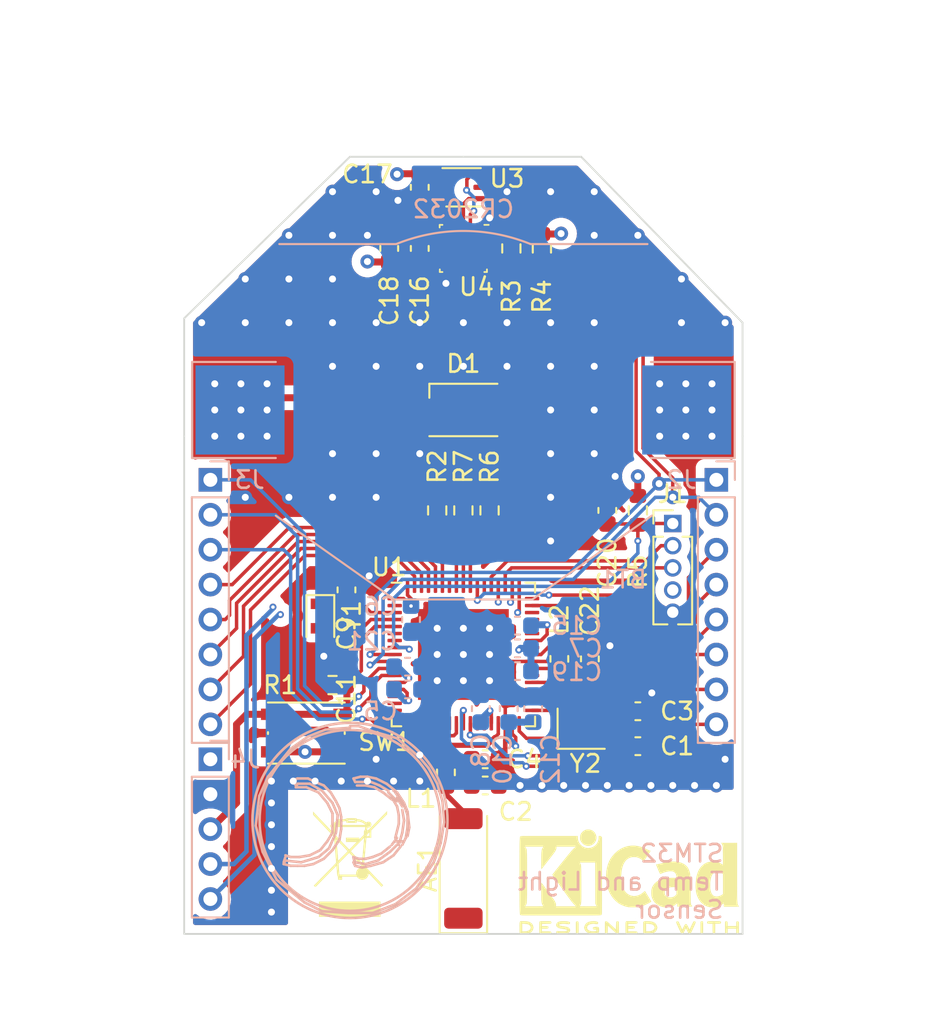
<source format=kicad_pcb>
(kicad_pcb (version 20211014) (generator pcbnew)
  (layers (0 "F.Cu" signal) (1 "In1.Cu" signal) (2 "In2.Cu" signal) (31 "B.Cu" signal) (34 "B.Paste" user) (35 "F.Paste" user) (36 "B.SilkS" user "B.Silkscreen") (37 "F.SilkS" user "F.Silkscreen") (38 "B.Mask" user) (39 "F.Mask" user) (44 "Edge.Cuts" user))
  (net 0 "")
  (net 1 "GND")
  (net 2 "Net-(AE1-Pad2)")
  (net 3 "Net-(C1-Pad1)")
  (net 4 "Net-(C3-Pad1)")
  (net 5 "Net-(C4-Pad1)")
  (net 6 "/nRST")
  (net 7 "Net-(C21-Pad2)")
  (net 8 "Net-(C22-Pad1)")
  (net 9 "Net-(C9-Pad1)")
  (net 10 "VDD")
  (net 11 "Net-(C11-Pad1)")
  (net 12 "/SWDIO")
  (net 13 "/SWCLK")
  (net 14 "Net-(L2-Pad1)")
  (net 16 "/SCL")
  (net 17 "/SDA")
  (net 40 "/BOOT0")
  (net 47 "/USBN")
  (net 48 "/USBP")
  (net 49 "Net-(D1-Pad2)")
  (net 50 "Net-(D1-Pad3)")
  (net 51 "Net-(D1-Pad4)")
  (net 52 "/PC2")
  (net 53 "/PC3")
  (net 54 "/PC4")
  (net 55 "/PC5")
  (net 56 "/PC6")
  (net 57 "/PC10")
  (net 58 "/PB0")
  (net 59 "/PB1")
  (net 60 "/PB2")
  (net 61 "/PB3")
  (net 62 "/PB4")
  (net 63 "/PB5")
  (net 64 "/PB6")
  (net 65 "/PB7")
  (net 66 "Net-(R6-Pad2)")
  (net 67 "Net-(R2-Pad2)")
  (net 68 "Net-(R7-Pad2)")
  (footprint "Crystal:Crystal_SMD_2016-4Pin_2.0x1.6mm" (layer "F.Cu") (at 106.75 58.25)
    (fp_text reference "Y2")
    (fp_text value "32MHz")
  )
  (footprint "Capacitor_SMD:C_0603_1608Metric" (layer "F.Cu") (at 101.25 60)
    (fp_text reference "C4")
    (fp_text value "0p8")
  )
  (footprint "Crystal:Crystal_SMD_2012-2Pin_2.0x1.2mm" (layer "F.Cu") (at 91.8 51.8 -90)
    (fp_text reference "Y1")
    (fp_text value "32.768")
  )
  (footprint "Resistor_SMD:R_0603_1608Metric" (layer "F.Cu") (at 92.5 55.75)
    (fp_text reference "R1")
    (fp_text value "22k")
  )
  (footprint "Capacitor_SMD:C_0603_1608Metric" (layer "F.Cu") (at 93.3 50.3 90)
    (fp_text reference "C9")
    (fp_text value "12p")
  )
  (footprint "RF_Antenna:Johanson_2450AT43F0100" (layer "F.Cu") (at 100 66.25 90)
    (fp_text reference "AE1")
    (fp_text value "2450AT43F0100")
  )
  (footprint "Capacitor_SMD:C_0603_1608Metric" (layer "F.Cu") (at 110 57.25)
    (fp_text reference "C3")
    (fp_text value "12p")
  )
  (footprint "Resistor_SMD:R_0603_1608Metric" (layer "F.Cu") (at 98.5 45.75 -90)
    (fp_text reference "R2")
    (fp_text value "220R")
  )
  (footprint "Resistor_SMD:R_0603_1608Metric" (layer "F.Cu") (at 100 45.75 -90)
    (fp_text reference "R7")
    (fp_text value "50R")
  )
  (footprint "Capacitor_SMD:C_0603_1608Metric" (layer "F.Cu") (at 108.25 45.75 90)
    (fp_text reference "C20")
    (fp_text value "100NF")
  )
  (footprint "Capacitor_SMD:C_0603_1608Metric" (layer "F.Cu") (at 93.3 53.3 -90)
    (fp_text reference "C11")
    (fp_text value "12p")
  )
  (footprint "Ale:LED_Cree-PLCC4_3.2x2.8mm_ale" (layer "F.Cu") (at 100 40)
    (fp_text reference "D1")
    (fp_text value "CLV1H-FKB")
  )
  (footprint "Resistor_SMD:R_0603_1608Metric" (layer "F.Cu") (at 104.5 30.75 -90)
    (fp_text reference "R4")
    (fp_text value "1K2")
  )
  (footprint "Capacitor_SMD:C_0603_1608Metric" (layer "F.Cu") (at 97.5 27.25 -90)
    (fp_text reference "C17")
    (fp_text value "100nF")
  )
  (footprint "Inductor_SMD:L_0603_1608Metric" (layer "F.Cu") (at 105.5 54.25 -90)
    (fp_text reference "L2")
    (fp_text value "10u")
  )
  (footprint "OptoDevice:Lite-On_LTR-303ALS-01" (layer "F.Cu") (at 100 27.25)
    (fp_text reference "U3")
    (fp_text value "LTR-303ALS-01")
  )
  (footprint "Capacitor_SMD:C_0603_1608Metric" (layer "F.Cu") (at 101.25 61.5)
    (fp_text reference "C2")
    (fp_text value "0p5")
  )
  (footprint "Resistor_SMD:R_0603_1608Metric" (layer "F.Cu") (at 110 45.75 90)
    (fp_text reference "R5")
    (fp_text value "10K")
  )
  (footprint "Capacitor_SMD:C_0603_1608Metric" (layer "F.Cu") (at 97.5 30.75 90)
    (fp_text reference "C16")
    (fp_text value "100nF")
  )
  (footprint "Resistor_SMD:R_0603_1608Metric" (layer "F.Cu") (at 101.5 45.75 -90)
    (fp_text reference "R6")
    (fp_text value "50R")
  )
  (footprint "Package_DFN_QFN:QFN-68-1EP_8x8mm_P0.4mm_EP5.2x5.2mm" (layer "F.Cu") (at 100 54)
    (fp_text reference "U1")
    (fp_text value "STM32WB55RGVx")
  )
  (footprint "Inductor_SMD:L_0603_1608Metric" (layer "F.Cu") (at 99 60.75 90)
    (fp_text reference "L1")
    (fp_text value "4n7")
  )
  (footprint "Capacitor_SMD:C_0603_1608Metric" (layer "F.Cu") (at 107.25 54.25 90)
    (fp_text reference "C22")
    (fp_text value "4u7")
  )
  (footprint "Symbol:WEEE-Logo_4.2x6mm_SilkScreen" (layer "F.Cu") (at 93.5 66)
    (fp_text reference "REF**" hide)
    (fp_text value "WEEE-Logo_4.2x6mm_SilkScreen" hide)
  )
  (footprint "Capacitor_SMD:C_0603_1608Metric" (layer "F.Cu") (at 110 59.25)
    (fp_text reference "C1")
    (fp_text value "12p")
  )
  (footprint "Package_LGA:Bosch_LGA-8_2.5x2.5mm_P0.65mm_ClockwisePinNumbering" (layer "F.Cu") (at 100 30.75 -90)
    (fp_text reference "U4")
    (fp_text value "BME280")
  )
  (footprint "Resistor_SMD:R_0603_1608Metric" (layer "F.Cu") (at 102.75 30.75 -90)
    (fp_text reference "R3")
    (fp_text value "1K2")
  )
  (footprint "Connector_PinHeader_1.27mm:PinHeader_1x05_P1.27mm_Vertical" (layer "F.Cu") (at 112 46.5)
    (fp_text reference "J1")
    (fp_text value "DNP")
  )
  (footprint "Capacitor_SMD:C_0603_1608Metric" (layer "F.Cu") (at 95.75 30.75 90)
    (fp_text reference "C18")
    (fp_text value "100nF")
  )
  (footprint "Symbol:KiCad-Logo2_5mm_SilkScreen" (layer "F.Cu") (at 109.5 67)
    (fp_text reference "REF**" hide)
    (fp_text value "KiCad-Logo2_5mm_SilkScreen" hide)
  )
  (footprint "Button_Switch_SMD:SW_Push_1P1T_NO_Vertical_Wuerth_434133025816" (layer "F.Cu") (at 91 58.5)
    (fp_text reference "SW1")
    (fp_text value "SW_Push")
  )
  (footprint "Capacitor_SMD:C_0603_1608Metric" (layer "B.Cu") (at 104 57.1 90)
    (fp_text reference "C12")
    (fp_text value "100p")
  )
  (footprint "Capacitor_SMD:C_0603_1608Metric" (layer "B.Cu") (at 96.8 56)
    (fp_text reference "C5")
    (fp_text value "100nF")
  )
  (footprint "Capacitor_SMD:C_0603_1608Metric" (layer "B.Cu") (at 103.1 52.35 180)
    (fp_text reference "C15")
    (fp_text value "4u7")
  )
  (footprint "Capacitor_SMD:C_0603_1608Metric" (layer "B.Cu") (at 101 57.1 90)
    (fp_text reference "C8")
    (fp_text value "100nF")
  )
  (footprint "Capacitor_SMD:C_0603_1608Metric" (layer "B.Cu") (at 96.8 54.7 180)
    (fp_text reference "C21")
    (fp_text value "100nF")
  )
  (footprint "Connector_PinHeader_2.00mm:PinHeader_1x08_P2.00mm_Vertical" (layer "B.Cu") (at 114.5 44 180)
    (fp_text reference "J2")
    (fp_text value "DNP")
  )
  (footprint "Capacitor_SMD:C_0603_1608Metric" (layer "B.Cu") (at 102.6 57.1 90)
    (fp_text reference "C10")
    (fp_text value "100nF")
  )
  (footprint "Ale:BatteryHolder_Keystone_3002_1x2032_ALE" (layer "B.Cu") (at 100 40 180)
    (fp_text reference "BT1")
    (fp_text value "CR2032")
  )
  (footprint "Capacitor_SMD:C_0603_1608Metric" (layer "B.Cu") (at 103.1 53.65 180)
    (fp_text reference "C7")
    (fp_text value "100nF")
  )
  (footprint "Connector_PinHeader_2.00mm:PinHeader_1x08_P2.00mm_Vertical" (layer "B.Cu") (at 85.5 44 180)
    (fp_text reference "J3")
    (fp_text value "DNP")
  )
  (footprint "Symbol:Symbol_CreativeCommons_SilkScreenTop_Type2_Big" (layer "B.Cu") (at 93.5 63.5 180)
    (fp_text reference "REF**" hide)
    (fp_text value "Symbol_CreativeCommons_SilkScreenTop_Type2_Big")
  )
  (footprint "Capacitor_SMD:C_0603_1608Metric" (layer "B.Cu") (at 103.1 54.95 180)
    (fp_text reference "C19")
    (fp_text value "100nF")
  )
  (footprint "Connector_PinHeader_2.00mm:PinHeader_1x05_P2.00mm_Vertical" (layer "B.Cu") (at 85.5 60 180)
    (fp_text reference "J4")
    (fp_text value "DNP")
  )
  (footprint "Capacitor_SMD:C_0603_1608Metric" (layer "B.Cu") (at 97 52 -90)
    (fp_text reference "C6")
    (fp_text value "100nF")
  )
  (gr_line (start 116 41.5) (end 116 70) (layer "Edge.Cuts") (width 0.1))
  (gr_line (start 106.75 25.5) (end 116 35) (layer "Edge.Cuts") (width 0.1))
  (gr_line (start 93.5 25.5) (end 100 25.5) (layer "Edge.Cuts") (width 0.1))
  (gr_line (start 84 41.5) (end 84 34.75) (layer "Edge.Cuts") (width 0.1))
  (gr_line (start 116 70) (end 84 70) (layer "Edge.Cuts") (width 0.1))
  (gr_line (start 84 70) (end 84 41.5) (layer "Edge.Cuts") (width 0.1))
  (gr_line (start 84 34.75) (end 93.5 25.5) (layer "Edge.Cuts") (width 0.1))
  (gr_line (start 100 25.5) (end 106.75 25.5) (layer "Edge.Cuts") (width 0.1))
  (gr_line (start 116 35) (end 116 41.5) (layer "Edge.Cuts") (width 0.1))
  (gr_text "STM32\nTemp and Light\nSensor\n" (at 115 67) (layer "B.SilkS") (effects (font (size 1 1)) (justify left mirror)))
  (gr_text "CR2032" (at 100 28.5) (layer "B.SilkS") (effects (font (size 1 1)) (justify mirror)))
  (segment (start 108.25 44.25) (end 108.7 43.8) (width 0.4) (layer "F.Cu") (net 1))
  (segment (start 94.575 49.525) (end 94.6 49.5) (width 0.2) (layer "F.Cu") (net 1))
  (segment (start 102.025 60) (end 102.025 61.5) (width 0.29337) (layer "F.Cu") (net 1))
  (segment (start 96.25 28) (end 97.5 28) (width 0.4) (layer "F.Cu") (net 1))
  (segment (start 101.5 29) (end 101.025 29.475) (width 0.2) (layer "F.Cu") (net 1))
  (segment (start 99.1 27.9) (end 97.625 27.9) (width 0.2) (layer "F.Cu") (net 1))
  (segment (start 97.5 28.025) (end 96.275 28.025) (width 0.2) (layer "F.Cu") (net 1))
  (segment (start 91.675 54.425) (end 92 54.1) (width 0.2) (layer "F.Cu") (net 1))
  (segment (start 91.675 55.75) (end 91.675 54.425) (width 0.2) (layer "F.Cu") (net 1))
  (segment (start 97.5 29.975) (end 97.975 29.975) (width 0.2) (layer "F.Cu") (net 1))
  (segment (start 97.975 29.975) (end 98.5 30.5) (width 0.2) (layer "F.Cu") (net 1))
  (segment (start 110.775 57.25) (end 110.775 59.25) (width 0.4) (layer "F.Cu") (net 1))
  (segment (start 110.775 56.225) (end 110.8 56.2) (width 0.4) (layer "F.Cu") (net 1))
  (segment (start 104.796814 54.4) (end 104.996814 54.2) (width 0.2) (layer "F.Cu") (net 1))
  (segment (start 108.25 44.975) (end 108.25 44.25) (width 0.4) (layer "F.Cu") (net 1))
  (segment (start 94.525 29.975) (end 94.5 30) (width 0.2) (layer "F.Cu") (net 1))
  (segment (start 103.9375 54.4) (end 100.4 54.4) (width 0.2) (layer "F.Cu") (net 1))
  (segment (start 102.4 59.625) (end 102.025 60) (width 0.261112) (layer "F.Cu") (net 1))
  (segment (start 93.3 49.525) (end 94.575 49.525) (width 0.2) (layer "F.Cu") (net 1))
  (segment (start 110.775 57.25) (end 110.775 56.225) (width 0.4) (layer "F.Cu") (net 1))
  (segment (start 95.75 29.975) (end 94.525 29.975) (width 0.2) (layer "F.Cu") (net 1))
  (segment (start 101.025 29.475) (end 101.025 29.775) (width 0.2) (layer "F.Cu") (net 1))
  (segment (start 98.5 30.5) (end 98.9 30.5) (width 0.2) (layer "F.Cu") (net 1))
  (segment (start 98.975 32.725) (end 99 32.75) (width 0.2) (layer "F.Cu") (net 1))
  (segment (start 95.75 29.975) (end 97.475 29.975) (width 0.4) (layer "F.Cu") (net 1))
  (segment (start 102.4 57.9375) (end 102.4 58.9) (width 0.2) (layer "F.Cu") (net 1))
  (segment (start 103.9375 54.4) (end 104.796814 54.4) (width 0.2) (layer "F.Cu") (net 1))
  (segment (start 93.3 54.075) (end 92.025 54.075) (width 0.2) (layer "F.Cu") (net 1))
  (segment (start 92.025 54.075) (end 92 54.1) (width 0.2) (layer "F.Cu") (net 1))
  (segment (start 94.5 30) (end 95.75 30) (width 0.4) (layer "F.Cu") (net 1))
  (segment (start 106.45 54.2) (end 107.175 53.475) (width 0.2) (layer "F.Cu") (net 1))
  (segment (start 104.996814 54.2) (end 106.45 54.2) (width 0.2) (layer "F.Cu") (net 1))
  (segment (start 96.275 28.025) (end 96.25 28) (width 0.2) (layer "F.Cu") (net 1))
  (segment (start 108.375 53.475) (end 108.4 53.5) (width 0.4) (layer "F.Cu") (net 1))
  (segment (start 102.4 57.9375) (end 102.4 56.4) (width 0.2) (layer "F.Cu") (net 1))
  (segment (start 107.25 53.475) (end 108.375 53.475) (width 0.4) (layer "F.Cu") (net 1))
  (segment (start 95.75 29.975) (end 97.5 29.975) (width 0.2) (layer "F.Cu") (net 1))
  (segment (start 98.975 31.725) (end 98.975 32.725) (width 0.2) (layer "F.Cu") (net 1))
  (segment (start 102.4 58.9) (end 102.4 59.625) (width 0.261112) (layer "F.Cu") (net 1))
  (via (at 93 61.25) (size 0.8) (drill 0.4) (layers "F.Cu" "B.Cu") (net 1))
  (via (at 99 32.75) (size 0.8) (drill 0.4) (layers "F.Cu" "B.Cu") (net 1))
  (via (at 107.5 37.5) (size 0.8) (drill 0.4) (layers "F.Cu" "B.Cu") (net 1))
  (via (at 108.7 43.8) (size 0.8) (drill 0.4) (layers "F.Cu" "B.Cu") (net 1))
  (via (at 94.6 49.5) (size 0.8) (drill 0.4) (layers "F.Cu" "B.Cu") (net 1))
  (via (at 101.5 52.5) (size 0.8) (drill 0.4) (layers "F.Cu" "B.Cu") (net 1))
  (via (at 101.5 55.5) (size 0.8) (drill 0.4) (layers "F.Cu" "B.Cu") (net 1))
  (via (at 97.5 59.75) (size 0.8) (drill 0.4) (layers "F.Cu" "B.Cu") (net 1))
  (via (at 102.5 35) (size 0.8) (drill 0.4) (layers "F.Cu" "B.Cu") (net 1))
  (via (at 92.5 32.5) (size 0.8) (drill 0.4) (layers "F.Cu" "B.Cu") (net 1))
  (via (at 90 32.5) (size 0.8) (drill 0.4) (layers "F.Cu" "B.Cu") (net 1))
  (via (at 105.75 61.5) (size 0.8) (drill 0.4) (layers "F.Cu" "B.Cu") (net 1))
  (via (at 95 45) (size 0.8) (drill 0.4) (layers "F.Cu" "B.Cu") (net 1))
  (via (at 90 30) (size 0.8) (drill 0.4) (layers "F.Cu" "B.Cu") (net 1))
  (via (at 113.25 61.5) (size 0.8) (drill 0.4) (layers "F.Cu" "B.Cu") (net 1))
  (via (at 87.5 32.5) (size 0.8) (drill 0.4) (layers "F.Cu" "B.Cu") (net 1))
  (via (at 90.25 61.25) (size 0.8) (drill 0.4) (layers "F.Cu" "B.Cu") (net 1))
  (via (at 109.5 61.5) (size 0.8) (drill 0.4) (layers "F.Cu" "B.Cu") (net 1))
  (via (at 90 35) (size 0.8) (drill 0.4) (layers "F.Cu" "B.Cu") (net 1))
  (via (at 92.5 35) (size 0.8) (drill 0.4) (layers "F.Cu" "B.Cu") (net 1))
  (via (at 100 52.5) (size 0.8) (drill 0.4) (layers "F.Cu" "B.Cu") (net 1))
  (via (at 110 30) (size 0.8) (drill 0.4) (layers "F.Cu" "B.Cu") (net 1))
  (via (at 100 35) (size 0.8) (drill 0.4) (layers "F.Cu" "B.Cu") (net 1))
  (via (at 101.5 54) (size 0.8) (drill 0.4) (layers "F.Cu" "B.Cu") (net 1))
  (via (at 96.25 28) (size 0.8) (drill 0.4) (layers "F.Cu" "B.Cu") (net 1))
  (via (at 110.8 56.2) (size 0.8) (drill 0.4) (layers "F.Cu" "B.Cu") (net 1))
  (via (at 97.5 42.5) (size 0.8) (drill 0.4) (layers "F.Cu" "B.Cu") (net 1))
  (via (at 96 61.25) (size 0.8) (drill 0.4) (layers "F.Cu" "B.Cu") (net 1))
  (via (at 97.5 61.25) (size 0.8) (drill 0.4) (layers "F.Cu" "B.Cu") (net 1))
  (via (at 115 60) (size 0.8) (drill 0.4) (layers "F.Cu" "B.Cu") (net 1))
  (via (at 87.5 45) (size 0.8) (drill 0.4) (layers "F.Cu" "B.Cu") (net 1))
  (via (at 105 35) (size 0.8) (drill 0.4) (layers "F.Cu" "B.Cu") (net 1))
  (via (at 108.4 53.5) (size 0.8) (drill 0.4) (layers "F.Cu" "B.Cu") (net 1))
  (via (at 92.5 30) (size 0.8) (drill 0.4) (layers "F.Cu" "B.Cu") (net 1))
  (via (at 115 35) (size 0.8) (drill 0.4) (layers "F.Cu" "B.Cu") (net 1))
  (via (at 114.5 61.5) (size 0.8) (drill 0.4) (layers "F.Cu" "B.Cu") (net 1))
  (via (at 97.5 35) (size 0.8) (drill 0.4) (layers "F.Cu" "B.Cu") (net 1))
  (via (at 92.5 27.5) (size 0.8) (drill 0.4) (layers "F.Cu" "B.Cu") (net 1))
  (via (at 89 65) (size 0.8) (drill 0.4) (layers "F.Cu" "B.Cu") (net 1))
  (via (at 107.5 30) (size 0.8) (drill 0.4) (layers "F.Cu" "B.Cu") (net 1))
  (via (at 95 35) (size 0.8) (drill 0.4) (layers "F.Cu" "B.Cu") (net 1))
  (via (at 89 61.25) (size 0.8) (drill 0.4) (layers "F.Cu" "B.Cu") (net 1))
  (via (at 89 66.25) (size 0.8) (drill 0.4) (layers "F.Cu" "B.Cu") (net 1))
  (via (at 95 27.5) (size 0.8) (drill 0.4) (layers "F.Cu" "B.Cu") (net 1))
  (via (at 94.5 61.25) (size 0.8) (drill 0.4) (layers "F.Cu" "B.Cu") (net 1))
  (via (at 98.5 52.5) (size 0.8) (drill 0.4) (layers "F.Cu" "B.Cu") (net 1))
  (via (at 102.5 27.5) (size 0.8) (drill 0.4) (layers "F.Cu" "B.Cu") (net 1))
  (via (at 89 67.5) (size 0.8) (drill 0.4) (layers "F.Cu" "B.Cu") (net 1))
  (via (at 110.75 61.5) (size 0.8) (drill 0.4) (layers "F.Cu" "B.Cu") (net 1))
  (via (at 112.5 32.5) (size 0.8) (drill 0.4) (layers "F.Cu" "B.Cu") (net 1))
  (via (at 108.25 61.5) (size 0.8) (drill 0.4) (layers "F.Cu" "B.Cu") (net 1))
  (via (at 104.5 61.5) (size 0.8) (drill 0.4) (layers "F.Cu" "B.Cu") (net 1))
  (via (at 98.5 55.5) (size 0.8) (drill 0.4) (layers "F.Cu" "B.Cu") (net 1))
  (via (at 105 42.5) (size 0.8) (drill 0.4) (layers "F.Cu" "B.Cu") (net 1))
  (via (at 94.5 30) (size 0.8) (drill 0.4) (layers "F.Cu" "B.Cu") (net 1))
  (via (at 100 54) (size 0.8) (drill 0.4) (layers "F.Cu" "B.Cu") (net 1))
  (via (at 107 61.5) (size 0.8) (drill 0.4) (layers "F.Cu" "B.Cu") (net 1))
  (via (at 105 47.5) (size 0.8) (drill 0.4) (layers "F.Cu" "B.Cu") (net 1))
  (via (at 89 68.75) (size 0.8) (drill 0.4) (layers "F.Cu" "B.Cu") (net 1))
  (via (at 105 27.5) (size 0.8) (drill 0.4) (layers "F.Cu" "B.Cu") (net 1))
  (via (at 97.5 37.5) (size 0.8) (drill 0.4) (layers "F.Cu" "B.Cu") (net 1))
  (via (at 89 62.5) (size 0.8) (drill 0.4) (layers "F.Cu" "B.Cu") (net 1))
  (via (at 90 45) (size 0.8) (drill 0.4) (layers "F.Cu" "B.Cu") (net 1))
  (via (at 98.5 54) (size 0.8) (drill 0.4) (layers "F.Cu" "B.Cu") (net 1))
  (via (at 87.5 35) (size 0.8) (drill 0.4) (layers "F.Cu" "B.Cu") (net 1))
  (via (at 92.5 37.5) (size 0.8) (drill 0.4) (layers "F.Cu" "B.Cu") (net 1))
  (via (at 95 42.5) (size 0.8) (drill 0.4) (layers "F.Cu" "B.Cu") (net 1))
  (via (at 107.5 40) (size 0.8) (drill 0.4) (layers "F.Cu" "B.Cu") (net 1))
  (via (at 102.5 37.5) (size 0.8) (drill 0.4) (layers "F.Cu" "B.Cu") (net 1))
  (via (at 105 45) (size 0.8) (drill 0.4) (layers "F.Cu" "B.Cu") (net 1))
  (via (at 95 37.5) (size 0.8) (drill 0.4) (layers "F.Cu" "B.Cu") (net 1))
  (via (at 112.5 35) (size 0.8) (drill 0.4) (layers "F.Cu" "B.Cu") (net 1))
  (via (at 92.5 45) (size 0.8) (drill 0.4) (layers "F.Cu" "B.Cu") (net 1))
  (via (at 107.5 27.5) (size 0.8) (drill 0.4) (layers "F.Cu" "B.Cu") (net 1))
  (via (at 89 63.75) (size 0.8) (drill 0.4) (layers "F.Cu" "B.Cu") (net 1))
  (via (at 101.5 29) (size 0.8) (drill 0.4) (layers "F.Cu" "B.Cu") (net 1))
  (via (at 103.25 61.5) (size 0.8) (drill 0.4) (layers "F.Cu" "B.Cu") (net 1))
  (via (at 91.5 61.25) (size 0.8) (drill 0.4) (layers "F.Cu" "B.Cu") (net 1))
  (via (at 107.5 35) (size 0.8) (drill 0.4) (layers "F.Cu" "B.Cu") (net 1))
  (via (at 105 40) (size 0.8) (drill 0.4) (layers "F.Cu" "B.Cu") (net 1))
  (via (at 105 37.5) (size 0.8) (drill 0.4) (layers "F.Cu" "B.Cu") (net 1))
  (via (at 95 60) (size 0.8) (drill 0.4) (layers "F.Cu" "B.Cu") (net 1))
  (via (at 107.5 42.5) (size 0.8) (drill 0.4) (layers "F.Cu" "B.Cu") (net 1))
  (via (at 100 55.5) (size 0.8) (drill 0.4) (layers "F.Cu" "B.Cu") (net 1))
  (via (at 85 35) (size 0.8) (drill 0.4) (layers "F.Cu" "B.Cu") (net 1))
  (via (at 100 37.5) (size 0.8) (drill 0.4) (layers "F.Cu" "B.Cu") (net 1))
  (via (at 112 61.5) (size 0.8) (drill 0.4) (layers "F.Cu" "B.Cu") (net 1))
  (via (at 92 54.1) (size 0.8) (drill 0.4) (layers "F.Cu" "B.Cu") (net 1))
  (via (at 92.5 42.5) (size 0.8) (drill 0.4) (layers "F.Cu" "B.Cu") (net 1))
  (segment (start 101 56.325) (end 104 56.325) (width 0.4) (layer "B.Cu") (net 1))
  (segment (start 102.325 54.95) (end 102.325 52.35) (width 0.4) (layer "B.Cu") (net 1))
  (segment (start 99 61.5375) (end 100.4375 61.5375) (width 0.29337) (layer "F.Cu") (net 2))
  (segment (start 99 62) (end 100 63) (width 0.29337) (layer "F.Cu") (net 2))
  (segment (start 99 61.5375) (end 99 62) (width 0.29337) (layer "F.Cu") (net 2))
  (segment (start 103.2 57.9375) (end 103.2 58.384314) (width 0.2) (layer "F.Cu") (net 3))
  (segment (start 106.05 59.05) (end 106.6 59.6) (width 0.4) (layer "F.Cu") (net 3))
  (segment (start 103.2 58.384314) (end 103.615686 58.8) (width 0.2) (layer "F.Cu") (net 3))
  (segment (start 103.615686 58.8) (end 106.05 58.8) (width 0.2) (layer "F.Cu") (net 3))
  (segment (start 106.6 59.6) (end 108.875 59.6) (width 0.4) (layer "F.Cu") (net 3))
  (segment (start 106.05 58.8) (end 106.05 59.05) (width 0.4) (layer "F.Cu") (net 3))
  (segment (start 108.875 59.6) (end 109.225 59.25) (width 0.4) (layer "F.Cu") (net 3))
  (segment (start 105.25 57) (end 106.75 57) (width 0.2) (layer "F.Cu") (net 4))
  (segment (start 106.75 57) (end 107.45 57.7) (width 0.2) (layer "F.Cu") (net 4))
  (segment (start 108.775 57.7) (end 109.225 57.25) (width 0.4) (layer "F.Cu") (net 4))
  (segment (start 107.45 57.7) (end 108.775 57.7) (width 0.4) (layer "F.Cu") (net 4))
  (segment (start 105.05 57.2) (end 105.25 57) (width 0.2) (layer "F.Cu") (net 4))
  (segment (start 103.9375 57.2) (end 105.05 57.2) (width 0.2) (layer "F.Cu") (net 4))
  (segment (start 99.3 59.2) (end 99 59.5) (width 0.29337) (layer "F.Cu") (net 5))
  (segment (start 102 58.55) (end 102 57.9375) (width 0.2) (layer "F.Cu") (net 5))
  (segment (start 101.35 59.2) (end 99.3 59.2) (width 0.29337) (layer "F.Cu") (net 5))
  (segment (start 101.8 58.75) (end 101.35 59.2) (width 0.29337) (layer "F.Cu") (net 5))
  (segment (start 101.8 58.75) (end 102 58.55) (width 0.2) (layer "F.Cu") (net 5))
  (segment (start 100.475 60) (end 99.0375 60) (width 0.29337) (layer "F.Cu") (net 5))
  (segment (start 99 59.5) (end 99 59.9625) (width 0.29337) (layer "F.Cu") (net 5))
  (segment (start 96.0625 53.6) (end 96.9 53.6) (width 0.2) (layer "F.Cu") (net 6))
  (segment (start 110.075 46.5) (end 112 46.5) (width 0.2) (layer "F.Cu") (net 6))
  (segment (start 110 47.5) (end 110 46.575) (width 0.2) (layer "F.Cu") (net 6))
  (segment (start 108.25 46.525) (end 109.95 46.525) (width 0.2) (layer "F.Cu") (net 6))
  (via (at 110 47.5) (size 0.4) (drill 0.2) (layers "F.Cu" "B.Cu") (net 6))
  (via (at 96.9 53.7) (size 0.4) (drill 0.2) (layers "F.Cu" "B.Cu") (net 6))
  (segment (start 96.9 53.6) (end 96.3 53.6) (width 0.2) (layer "B.Cu") (net 6))
  (segment (start 96.3 53.6) (end 96 53.3) (width 0.2) (layer "B.Cu") (net 6))
  (segment (start 96 50.8) (end 96.7 50.1) (width 0.2) (layer "B.Cu") (net 6))
  (segment (start 108.1 50.1) (end 110 48.2) (width 0.2) (layer "B.Cu") (net 6))
  (segment (start 110 48.2) (end 110 47.5) (width 0.2) (layer "B.Cu") (net 6))
  (segment (start 96 53.3) (end 96 50.8) (width 0.2) (layer "B.Cu") (net 6))
  (segment (start 96.7 50.1) (end 108.1 50.1) (width 0.2) (layer "B.Cu") (net 6))
  (segment (start 96.620747 55.6) (end 96.868793 55.351954) (width 0.2) (layer "F.Cu") (net 7))
  (segment (start 96.0625 55.6) (end 96.620747 55.6) (width 0.2) (layer "F.Cu") (net 7))
  (via (at 96.868793 55.351954) (size 0.4) (drill 0.2) (layers "F.Cu" "B.Cu") (net 7))
  (segment (start 96.868793 55.351954) (end 96.216839 54.7) (width 0.4) (layer "B.Cu") (net 7))
  (segment (start 103.9375 54.8) (end 105.2625 54.8) (width 0.2) (layer "F.Cu") (net 8))
  (segment (start 105.5 55.0375) (end 107.2375 55.0375) (width 0.2) (layer "F.Cu") (net 8))
  (segment (start 94.7 51.6) (end 94.175 51.075) (width 0.2) (layer "F.Cu") (net 9))
  (segment (start 93.3 51.075) (end 91.825 51.075) (width 0.2) (layer "F.Cu") (net 9))
  (segment (start 91.825 51.075) (end 91.8 51.1) (width 0.2) (layer "F.Cu") (net 9))
  (segment (start 94.175 51.075) (end 93.3 51.075) (width 0.2) (layer "F.Cu") (net 9))
  (segment (start 96.0625 51.6) (end 94.7 51.6) (width 0.2) (layer "F.Cu") (net 9))
  (segment (start 93.05 59.575) (end 90.925 59.575) (width 0.25) (layer "F.Cu") (net 10))
  (segment (start 102.075 29.925) (end 102.75 29.925) (width 0.2) (layer "F.Cu") (net 10))
  (segment (start 101.6 57.9375) (end 101.6 57.29465) (width 0.2) (layer "F.Cu") (net 10))
  (segment (start 102.8 57.9375) (end 102.8 58.55) (width 0.2) (layer "F.Cu") (net 10))
  (segment (start 96.775 56.552556) (end 96.86148 56.639036) (width 0.2) (layer "F.Cu") (net 10))
  (segment (start 104.8 52.844975) (end 104.444975 53.2) (width 0.2) (layer "F.Cu") (net 10))
  (segment (start 96.8 50.6) (end 97 50.8) (width 0.2) (layer "F.Cu") (net 10))
  (segment (start 90.925 59.575) (end 88.925 59.575) (width 0.25) (layer "F.Cu") (net 10))
  (segment (start 96.775 56.205025) (end 96.775 56.552556) (width 0.2) (layer "F.Cu") (net 10))
  (segment (start 96.569975 56) (end 96.775 56.205025) (width 0.2) (layer "F.Cu") (net 10))
  (segment (start 96.225 26.475) (end 96.2 26.5) (width 0.4) (layer "F.Cu") (net 10))
  (segment (start 96.575 50.8) (end 97 51.225) (width 0.2) (layer "F.Cu") (net 10))
  (segment (start 103.316853 53.6) (end 103.178382 53.738471) (width 0.2) (layer "F.Cu") (net 10))
  (segment (start 98.975 29.775) (end 99.275 29.775) (width 0.2) (layer "F.Cu") (net 10))
  (segment (start 97.5 31.525) (end 97.95 31.075) (width 0.2) (layer "F.Cu") (net 10))
  (segment (start 102 50.0625) (end 102 51.000498) (width 0.2) (layer "F.Cu") (net 10))
  (segment (start 89.45 39.3) (end 88.75 40) (width 0.4) (layer "F.Cu") (net 10))
  (segment (start 103 58.75) (end 103 59.25) (width 0.2) (layer "F.Cu") (net 10))
  (segment (start 104.5 29.925) (end 102.75 29.925) (width 0.4) (layer "F.Cu") (net 10))
  (segment (start 104.5 29.925) (end 105.575 29.925) (width 0.4) (layer "F.Cu") (net 10))
  (segment (start 101.575 30.425) (end 102.075 29.925) (width 0.2) (layer "F.Cu") (net 10))
  (segment (start 99.6 30.1) (end 99.6 30.8) (width 0.2) (layer "F.Cu") (net 10))
  (segment (start 101.025 30.425) (end 101.575 30.425) (width 0.2) (layer "F.Cu") (net 10))
  (segment (start 88.925 59.575) (end 93.05 59.575) (width 0.4) (layer "F.Cu") (net 10))
  (segment (start 99.275 29.775) (end 99.6 30.1) (width 0.2) (layer "F.Cu") (net 10))
  (segment (start 105.575 29.925) (end 105.6 29.9) (width 0.4) (layer "F.Cu") (net 10))
  (segment (start 98.75 39.3) (end 89.45 39.3) (width 0.4) (layer "F.Cu") (net 10))
  (segment (start 99.325 31.075) (end 98.975 31.075) (width 0.2) (layer "F.Cu") (net 10))
  (segment (start 101.6 57.29465) (end 101.524065 57.218715) (width 0.2) (layer "F.Cu") (net 10))
  (segment (start 95.75 31.525) (end 94.525 31.525) (width 0.4) (layer "F.Cu") (net 10))
  (segment (start 104.444975 53.2) (end 103.9375 53.2) (width 0.2) (layer "F.Cu") (net 10))
  (segment (start 94.525 31.525) (end 94.5 31.5) (width 0.4) (layer "F.Cu") (net 10))
  (segment (start 99.6 30.8) (end 99.325 31.075) (width 0.2) (layer "F.Cu") (net 10))
  (segment (start 97.5 26.475) (end 96.225 26.475) (width 0.4) (layer "F.Cu") (net 10))
  (segment (start 95.75 31.525) (end 97.5 31.525) (width 0.2) (layer "F.Cu") (net 10))
  (segment (start 96.8 50.0625) (end 96.8 50.6) (width 0.2) (layer "F.Cu") (net 10))
  (segment (start 99.1 26.6) (end 97.625 26.6) (width 0.2) (layer "F.Cu") (net 10))
  (segment (start 97.95 31.075) (end 98.975 31.075) (width 0.2) (layer "F.Cu") (net 10))
  (segment (start 110 44.925) (end 110 43.8) (width 0.4) (layer "F.Cu") (net 10))
  (segment (start 103.9375 53.6) (end 103.316853 53.6) (width 0.2) (layer "F.Cu") (net 10))
  (segment (start 97 50.8) (end 97 51.225) (width 0.2) (layer "F.Cu") (net 10))
  (segment (start 102.8 58.55) (end 103 58.75) (width 0.2) (layer "F.Cu") (net 10))
  (segment (start 96.0625 56) (end 96.569975 56) (width 0.2) (layer "F.Cu") (net 10))
  (segment (start 96.0625 50.8) (end 96.575 50.8) (width 0.2) (layer "F.Cu") (net 10))
  (segment (start 104.8 52.3) (end 104.8 52.844975) (width 0.2) (layer "F.Cu") (net 10))
  (via (at 96.86148 56.639036) (size 0.4) (drill 0.2) (layers "F.Cu" "B.Cu") (net 10))
  (via (at 114.25 40) (size 0.8) (drill 0.4) (layers "F.Cu" "B.Cu") (net 10))
  (via (at 105.6 29.9) (size 0.8) (drill 0.4) (layers "F.Cu" "B.Cu") (net 10))
  (via (at 110 43.8) (size 0.8) (drill 0.4) (layers "F.Cu" "B.Cu") (net 10))
  (via (at 102 51.000498) (size 0.4) (drill 0.2) (layers "F.Cu" "B.Cu") (net 10))
  (via (at 88.75 40) (size 0.8) (drill 0.4) (layers "F.Cu" "B.Cu") (net 10))
  (via (at 112.75 40) (size 0.8) (drill 0.4) (layers "F.Cu" "B.Cu") (net 10))
  (via (at 111.25 38.5) (size 0.8) (drill 0.4) (layers "F.Cu" "B.Cu") (net 10))
  (via (at 104.8 52.3) (size 0.4) (drill 0.2) (layers "F.Cu" "B.Cu") (net 10))
  (via (at 85.75 38.5) (size 0.8) (drill 0.4) (layers "F.Cu" "B.Cu") (net 10))
  (via (at 96.2 26.5) (size 0.8) (drill 0.4) (layers "F.Cu" "B.Cu") (net 10))
  (via (at 97 51.225) (size 0.4) (drill 0.2) (layers "F.Cu" "B.Cu") (net 10))
  (via (at 85.75 41.5) (size 0.8) (drill 0.4) (layers "F.Cu" "B.Cu") (net 10))
  (via (at 111.25 41.5) (size 0.8) (drill 0.4) (layers "F.Cu" "B.Cu") (net 10))
  (via (at 103.178382 53.738471) (size 0.4) (drill 0.2) (layers "F.Cu" "B.Cu") (net 10))
  (via (at 94.5 31.5) (size 0.8) (drill 0.4) (layers "F.Cu" "B.Cu") (net 10))
  (via (at 88.75 41.5) (size 0.8) (drill 0.4) (layers "F.Cu" "B.Cu") (net 10))
  (via (at 111.25 40) (size 0.8) (drill 0.4) (layers "F.Cu" "B.Cu") (net 10))
  (via (at 112.75 38.5) (size 0.8) (drill 0.4) (layers "F.Cu" "B.Cu") (net 10))
  (via (at 90.925 59.575) (size 0.8) (drill 0.4) (layers "F.Cu" "B.Cu") (net 10))
  (via (at 87.25 38.5) (size 0.8) (drill 0.4) (layers "F.Cu" "B.Cu") (net 10))
  (via (at 87.25 40) (size 0.8) (drill 0.4) (layers "F.Cu" "B.Cu") (net 10))
  (via (at 101.524065 57.218715) (size 0.4) (drill 0.2) (layers "F.Cu" "B.Cu") (net 10))
  (via (at 87.25 41.5) (size 0.8) (drill 0.4) (layers "F.Cu" "B.Cu") (net 10))
  (via (at 114.25 38.5) (size 0.8) (drill 0.4) (layers "F.Cu" "B.Cu") (net 10))
  (via (at 114.25 41.5) (size 0.8) (drill 0.4) (layers "F.Cu" "B.Cu") (net 10))
  (via (at 103 59.25) (size 0.4) (drill 0.2) (layers "F.Cu" "B.Cu") (net 10))
  (via (at 88.75 38.5) (size 0.8) (drill 0.4) (layers "F.Cu" "B.Cu") (net 10))
  (via (at 112.75 41.5) (size 0.8) (drill 0.4) (layers "F.Cu" "B.Cu") (net 10))
  (via (at 85.75 40) (size 0.8) (drill 0.4) (layers "F.Cu" "B.Cu") (net 10))
  (segment (start 102.6 58.85) (end 103 59.25) (width 0.4) (layer "B.Cu") (net 10))
  (segment (start 96.86148 56.639036) (end 96.664036 56.639036) (width 0.4) (layer "B.Cu") (net 10))
  (segment (start 96.664036 56.639036) (end 96.025 56) (width 0.4) (layer "B.Cu") (net 10))
  (segment (start 102.6 57.875) (end 104 57.875) (width 0.4) (layer "B.Cu") (net 10))
  (segment (start 101 57.74278) (end 101.524065 57.218715) (width 0.4) (layer "B.Cu") (net 10))
  (segment (start 103.875 53.65) (end 103.266853 53.65) (width 0.4) (layer "B.Cu") (net 10))
  (segment (start 104.8 52.3) (end 103.925 52.3) (width 0.4) (layer "B.Cu") (net 10))
  (segment (start 103.266853 53.65) (end 103.178382 53.738471) (width 0.4) (layer "B.Cu") (net 10))
  (segment (start 102.6 57.875) (end 102.6 58.85) (width 0.4) (layer "B.Cu") (net 10))
  (segment (start 103.875 53.65) (end 103.875 54.95) (width 0.4) (layer "B.Cu") (net 10))
  (segment (start 96.0625 52) (end 94.7 52) (width 0.2) (layer "F.Cu") (net 11))
  (segment (start 91.825 52.525) (end 91.8 52.5) (width 0.2) (layer "F.Cu") (net 11))
  (segment (start 93.3 52.525) (end 91.825 52.525) (width 0.2) (layer "F.Cu") (net 11))
  (segment (start 94.7 52) (end 94.175 52.525) (width 0.2) (layer "F.Cu") (net 11))
  (segment (start 94.175 52.525) (end 93.3 52.525) (width 0.2) (layer "F.Cu") (net 11))
  (segment (start 102.4 50.0625) (end 102.4 49.4) (width 0.2) (layer "F.Cu") (net 12))
  (segment (start 112 49.04) (end 102.76 49.04) (width 0.2) (layer "F.Cu") (net 12))
  (segment (start 102.76 49.04) (end 102.4 49.4) (width 0.2) (layer "F.Cu") (net 12))
  (segment (start 110.46 48.64) (end 102.515025 48.64) (width 0.2) (layer "F.Cu") (net 13))
  (segment (start 111.33 47.77) (end 110.46 48.64) (width 0.2) (layer "F.Cu") (net 13))
  (segment (start 102.515025 48.64) (end 101.6 49.555025) (width 0.2) (layer "F.Cu") (net 13))
  (segment (start 101.6 49.555025) (end 101.6 50.0625) (width 0.2) (layer "F.Cu") (net 13))
  (segment (start 112 47.77) (end 111.33 47.77) (width 0.2) (layer "F.Cu") (net 13))
  (segment (start 103.9375 54) (end 104.45 54) (width 0.2) (layer "F.Cu") (net 14))
  (segment (start 104.45 54) (end 104.9875 53.4625) (width 0.2) (layer "F.Cu") (net 14))
  (segment (start 104.9875 53.4625) (end 105.5 53.4625) (width 0.2) (layer "F.Cu") (net 14))
  (segment (start 100.3 27.9) (end 100.9 27.9) (width 0.2) (layer "F.Cu") (net 16))
  (segment (start 100 31.100001) (end 100 28.2) (width 0.2) (layer "F.Cu") (net 16))
  (segment (start 109.9 42.365685) (end 109.9 33.565686) (width 0.2) (layer "F.Cu") (net 16))
  (segment (start 111.217157 43.682843) (end 109.9 42.365685) (width 0.2) (layer "F.Cu") (net 16))
  (segment (start 111.217157 44.217157) (end 111.217157 43.682843) (width 0.2) (layer "F.Cu") (net 16))
  (segment (start 109.9 33.565686) (end 108.734314 32.4) (width 0.2) (layer "F.Cu") (net 16))
  (segment (start 103.575 32.4) (end 102.75 31.575) (width 0.2) (layer "F.Cu") (net 16))
  (segment (start 94.65 54) (end 96.0625 54) (width 0.2) (layer "F.Cu") (net 16))
  (segment (start 100 28.2) (end 100.3 27.9) (width 0.2) (layer "F.Cu") (net 16))
  (segment (start 101.025 31.725) (end 100.624999 31.725) (width 0.2) (layer "F.Cu") (net 16))
  (segment (start 100.624999 31.725) (end 100 31.100001) (width 0.2) (layer "F.Cu") (net 16))
  (segment (start 101.025 31.725) (end 102.6 31.725) (width 0.2) (layer "F.Cu") (net 16))
  (segment (start 108.734314 32.4) (end 103.575 32.4) (width 0.2) (layer "F.Cu") (net 16))
  (via (at 94.65 54) (size 0.4) (drill 0.2) (layers "F.Cu" "B.Cu") (net 16))
  (via (at 111.217157 44.217157) (size 0.8) (drill 0.4) (layers "F.Cu" "B.Cu") (net 16))
  (segment (start 96.334314 49.3) (end 106.134314 49.3) (width 0.2) (layer "B.Cu") (net 16))
  (segment (start 111.434314 44) (end 114.5 44) (width 0.2) (layer "B.Cu") (net 16))
  (segment (start 111.217157 44.217157) (end 111.434314 44) (width 0.2) (layer "B.Cu") (net 16))
  (segment (start 106.134314 49.3) (end 111.217157 44.217157) (width 0.2) (layer "B.Cu") (net 16))
  (segment (start 95 50.634314) (end 96.334314 49.3) (width 0.2) (layer "B.Cu") (net 16))
  (segment (start 95 53.65) (end 95 50.634314) (width 0.2) (layer "B.Cu") (net 16))
  (segment (start 94.65 54) (end 95 53.65) (width 0.2) (layer "B.Cu") (net 16))
  (segment (start 103.675 30.75) (end 104.5 31.575) (width 0.2) (layer "F.Cu") (net 17))
  (segment (start 110.3 33.4) (end 108.475 31.575) (width 0.2) (layer "F.Cu") (net 17))
  (segment (start 112 45) (end 112 43.9) (width 0.2) (layer "F.Cu") (net 17))
  (segment (start 94.957107 54.4) (end 96.0625 54.4) (width 0.2) (layer "F.Cu") (net 17))
  (segment (start 100.183595 27.414253) (end 100.2 27.397848) (width 0.2) (layer "F.Cu") (net 17))
  (segment (start 100.4 26.6) (end 100.9 26.6) (width 0.2) (layer "F.Cu") (net 17))
  (segment (start 102.067893 31.075) (end 102.392893 30.75) (width 0.2) (layer "F.Cu") (net 17))
  (segment (start 112 43.9) (end 110.3 42.2) (width 0.2) (layer "F.Cu") (net 17))
  (segment (start 94.757107 54.6) (end 94.957107 54.4) (width 0.2) (layer "F.Cu") (net 17))
  (segment (start 100.2 26.8) (end 100.4 26.6) (width 0.2) (layer "F.Cu") (net 17))
  (segment (start 108.475 31.575) (end 104.5 31.575) (width 0.2) (layer "F.Cu") (net 17))
  (segment (start 100.2 27.397848) (end 100.2 26.8) (width 0.2) (layer "F.Cu") (net 17))
  (segment (start 110.3 42.2) (end 110.3 33.4) (width 0.2) (layer "F.Cu") (net 17))
  (segment (start 101.025 31.075) (end 100.575 31.075) (width 0.2) (layer "F.Cu") (net 17))
  (segment (start 94.6495 54.6) (end 94.757107 54.6) (width 0.2) (layer "F.Cu") (net 17))
  (segment (start 100.4 28.8) (end 100.6 28.6) (width 0.2) (layer "F.Cu") (net 17))
  (segment (start 102.392893 30.75) (end 103.675 30.75) (width 0.2) (layer "F.Cu") (net 17))
  (segment (start 100.575 31.075) (end 100.4 30.9) (width 0.2) (layer "F.Cu") (net 17))
  (segment (start 100.4 30.9) (end 100.4 28.8) (width 0.2) (layer "F.Cu") (net 17))
  (segment (start 101.025 31.075) (end 102.067893 31.075) (width 0.2) (layer "F.Cu") (net 17))
  (via (at 112 45) (size 0.8) (drill 0.4) (layers "F.Cu" "B.Cu") (net 17))
  (via (at 100.6 28.6) (size 0.4) (drill 0.2) (layers "F.Cu" "B.Cu") (net 17))
  (via (at 94.6495 54.6) (size 0.4) (drill 0.2) (layers "F.Cu" "B.Cu") (net 17))
  (via (at 100.183595 27.414253) (size 0.4) (drill 0.2) (layers "F.Cu" "B.Cu") (net 17))
  (segment (start 95.4 50.8) (end 96.5 49.7) (width 0.2) (layer "B.Cu") (net 17))
  (segment (start 95.4 53.957107) (end 95.4 50.8) (width 0.2) (layer "B.Cu") (net 17))
  (segment (start 100.6 27.830658) (end 100.183595 27.414253) (width 0.2) (layer "B.Cu") (net 17))
  (segment (start 106.3 49.7) (end 111 45) (width 0.2) (layer "B.Cu") (net 17))
  (segment (start 94.757107 54.6) (end 95.4 53.957107) (width 0.2) (layer "B.Cu") (net 17))
  (segment (start 112 45) (end 113.5 45) (width 0.2) (layer "B.Cu") (net 17))
  (segment (start 100.6 28.6) (end 100.6 27.830658) (width 0.2) (layer "B.Cu") (net 17))
  (segment (start 113.5 45) (end 114.5 46) (width 0.2) (layer "B.Cu") (net 17))
  (segment (start 111 45) (end 112 45) (width 0.2) (layer "B.Cu") (net 17))
  (segment (start 94.6495 54.6) (end 94.757107 54.6) (width 0.2) (layer "B.Cu") (net 17))
  (segment (start 96.5 49.7) (end 106.3 49.7) (width 0.2) (layer "B.Cu") (net 17))
  (segment (start 87.575 57.425) (end 88.925 57.425) (width 0.4) (layer "F.Cu") (net 40))
  (segment (start 88.925 57.425) (end 93.075 57.425) (width 0.4) (layer "F.Cu") (net 40))
  (segment (start 94.15 54.925) (end 93.325 55.75) (width 0.2) (layer "F.Cu") (net 40))
  (segment (start 85.5 64) (end 87 62.5) (width 0.4) (layer "F.Cu") (net 40))
  (segment (start 94.15 53.165686) (end 94.15 54.925) (width 0.2) (layer "F.Cu") (net 40))
  (segment (start 87 62.5) (end 87 58) (width 0.4) (layer "F.Cu") (net 40))
  (segment (start 93.325 55.75) (end 93.325 57.175) (width 0.4) (layer "F.Cu") (net 40))
  (segment (start 94.915686 52.4) (end 94.15 53.165686) (width 0.2) (layer "F.Cu") (net 40))
  (segment (start 93.325 57.175) (end 93.075 57.425) (width 0.4) (layer "F.Cu") (net 40))
  (segment (start 87 58) (end 87.575 57.425) (width 0.4) (layer "F.Cu") (net 40))
  (segment (start 96.0625 52.4) (end 94.915686 52.4) (width 0.2) (layer "F.Cu") (net 40))
  (segment (start 103.2 51.510496) (end 103.2 50.0625) (width 0.2) (layer "F.Cu") (net 47))
  (segment (start 103.110496 51.6) (end 103.2 51.510496) (width 0.2) (layer "F.Cu") (net 47))
  (via (at 103.110496 51.6) (size 0.4) (drill 0.2) (layers "F.Cu" "B.Cu") (net 47))
  (via (at 89.086736 51.286736) (size 0.4) (drill 0.2) (layers "F.Cu" "B.Cu") (net 47))
  (segment (start 89.086736 51.385025) (end 89.086736 51.286736) (width 0.261) (layer "B.Cu") (net 47))
  (segment (start 86.843522 66) (end 87.5679 65.275622) (width 0.261) (layer "B.Cu") (net 47))
  (segment (start 87.5679 65.275622) (end 87.5679 52.903861) (width 0.261) (layer "B.Cu") (net 47))
  (segment (start 87.5679 52.903861) (end 89.086736 51.385025) (width 0.261) (layer "B.Cu") (net 47))
  (segment (start 85.5 66) (end 86.843522 66) (width 0.261) (layer "B.Cu") (net 47))
  (segment (start 102.7005 51.013346) (end 102.8 50.913846) (width 0.2) (layer "F.Cu") (net 48))
  (segment (start 102.8 50.913846) (end 102.8 50.0625) (width 0.2) (layer "F.Cu") (net 48))
  (via (at 102.7005 51.013346) (size 0.4) (drill 0.2) (layers "F.Cu" "B.Cu") (net 48))
  (via (at 89.513264 51.713264) (size 0.4) (drill 0.2) (layers "F.Cu" "B.Cu") (net 48))
  (segment (start 85.5 68) (end 88.0321 65.4679) (width 0.261) (layer "B.Cu") (net 48))
  (segment (start 89.414975 51.713264) (end 89.513264 51.713264) (width 0.261) (layer "B.Cu") (net 48))
  (segment (start 88.0321 65.4679) (end 88.0321 53.096139) (width 0.261) (layer "B.Cu") (net 48))
  (segment (start 88.0321 53.096139) (end 89.414975 51.713264) (width 0.261) (layer "B.Cu") (net 48))
  (segment (start 98.75 42.5) (end 98.5 42.75) (width 0.4) (layer "F.Cu") (net 49))
  (segment (start 98.75 40.7) (end 98.75 42.5) (width 0.4) (layer "F.Cu") (net 49))
  (segment (start 98.5 42.75) (end 98.5 44.925) (width 0.4) (layer "F.Cu") (net 49))
  (segment (start 101.5 43) (end 101.5 44.925) (width 0.4) (layer "F.Cu") (net 50))
  (segment (start 101.25 42.75) (end 101.5 43) (width 0.4) (layer "F.Cu") (net 50))
  (segment (start 101.25 40.7) (end 101.25 42.75) (width 0.4) (layer "F.Cu") (net 50))
  (segment (start 101.25 39.3) (end 100.7 39.3) (width 0.4) (layer "F.Cu") (net 51))
  (segment (start 100.7 39.3) (end 100 40) (width 0.4) (layer "F.Cu") (net 51))
  (segment (start 100 40) (end 100 44.925) (width 0.4) (layer "F.Cu") (net 51))
  (segment (start 94 56.4) (end 94.3 56.1) (width 0.2) (layer "F.Cu") (net 52))
  (segment (start 94.3 56.1) (end 94.3 55.656607) (width 0.2) (layer "F.Cu") (net 52))
  (segment (start 95.156607 54.8) (end 94.3 55.656607) (width 0.2) (layer "F.Cu") (net 52))
  (segment (start 96.0625 54.8) (end 95.156607 54.8) (width 0.2) (layer "F.Cu") (net 52))
  (via (at 94 56.4) (size 0.4) (drill 0.2) (layers "F.Cu" "B.Cu") (net 52))
  (segment (start 90.9 55.8) (end 92 56.9) (width 0.2) (layer "B.Cu") (net 52))
  (segment (start 85.5 44) (end 87.8 44) (width 0.2) (layer "B.Cu") (net 52))
  (segment (start 93.5 56.9) (end 94 56.4) (width 0.2) (layer "B.Cu") (net 52))
  (segment (start 90.9 47.1) (end 90.9 55.8) (width 0.2) (layer "B.Cu") (net 52))
  (segment (start 92 56.9) (end 93.5 56.9) (width 0.2) (layer "B.Cu") (net 52))
  (segment (start 87.8 44) (end 90.9 47.1) (width 0.2) (layer "B.Cu") (net 52))
  (segment (start 94.003907 57.1032) (end 94.0032 57.1032) (width 0.2) (layer "F.Cu") (net 53))
  (segment (start 94.7 55.822293) (end 94.7 56.407107) (width 0.2) (layer "F.Cu") (net 53))
  (segment (start 94.7 56.407107) (end 94.207107 56.9) (width 0.2) (layer "F.Cu") (net 53))
  (segment (start 94.207107 56.9) (end 94.003907 57.1032) (width 0.2) (layer "F.Cu") (net 53))
  (segment (start 96.0625 55.2) (end 95.322293 55.2) (width 0.2) (layer "F.Cu") (net 53))
  (segment (start 95.322293 55.2) (end 94.7 55.822293) (width 0.2) (layer "F.Cu") (net 53))
  (via (at 94.0032 57.1032) (size 0.4) (drill 0.2) (layers "F.Cu" "B.Cu") (net 53))
  (segment (start 85.5 46) (end 89.234314 46) (width 0.2) (layer "B.Cu") (net 53))
  (segment (start 93.9968 57.1032) (end 94.0032 57.1032) (width 0.2) (layer "B.Cu") (net 53))
  (segment (start 93.8 57.3) (end 93.9968 57.1032) (width 0.2) (layer "B.Cu") (net 53))
  (segment (start 89.234314 46) (end 90.5 47.265686) (width 0.2) (layer "B.Cu") (net 53))
  (segment (start 90.5 55.965686) (end 91.834314 57.3) (width 0.2) (layer "B.Cu") (net 53))
  (segment (start 91.834314 57.3) (end 93.8 57.3) (width 0.2) (layer "B.Cu") (net 53))
  (segment (start 90.5 47.265686) (end 90.5 55.965686) (width 0.2) (layer "B.Cu") (net 53))
  (segment (start 99.45 58.65) (end 99.6 58.5) (width 0.2) (layer "F.Cu") (net 54))
  (segment (start 99.6 58.5) (end 99.6 57.9375) (width 0.2) (layer "F.Cu") (net 54))
  (segment (start 94.2 57.7) (end 94.7 57.7) (width 0.2) (layer "F.Cu") (net 54))
  (segment (start 94.7 57.7) (end 95.65 58.65) (width 0.2) (layer "F.Cu") (net 54))
  (segment (start 99.45 58.65) (end 95.65 58.65) (width 0.2) (layer "F.Cu") (net 54))
  (via (at 94.2 57.7) (size 0.4) (drill 0.2) (layers "F.Cu" "B.Cu") (net 54))
  (segment (start 90.1 48.4) (end 90.1 56.131372) (width 0.2) (layer "B.Cu") (net 54))
  (segment (start 85.5 48) (end 89.7 48) (width 0.2) (layer "B.Cu") (net 54))
  (segment (start 89.7 48) (end 90.1 48.4) (width 0.2) (layer "B.Cu") (net 54))
  (segment (start 91.668628 57.7) (end 94.2 57.7) (width 0.2) (layer "B.Cu") (net 54))
  (segment (start 90.1 56.131372) (end 91.668628 57.7) (width 0.2) (layer "B.Cu") (net 54))
  (segment (start 105.734315 60.7) (end 111.765686 60.7) (width 0.2) (layer "F.Cu") (net 55))
  (segment (start 100 57.9375) (end 100 57.2) (width 0.2) (layer "F.Cu") (net 55))
  (segment (start 112.4 58.5) (end 112.9 58) (width 0.2) (layer "F.Cu") (net 55))
  (segment (start 105.434315 60.4) (end 105.734315 60.7) (width 0.2) (layer "F.Cu") (net 55))
  (segment (start 112.4 60.065685) (end 112.4 58.5) (width 0.2) (layer "F.Cu") (net 55))
  (segment (start 111.765686 60.7) (end 112.4 60.065685) (width 0.2) (layer "F.Cu") (net 55))
  (segment (start 103.6 60.4) (end 105.434315 60.4) (width 0.2) (layer "F.Cu") (net 55))
  (segment (start 112.9 58) (end 114.5 58) (width 0.2) (layer "F.Cu") (net 55))
  (via (at 103.6 60.4) (size 0.4) (drill 0.2) (layers "F.Cu" "B.Cu") (net 55))
  (via (at 100 57.2) (size 0.4) (drill 0.2) (layers "F.Cu" "B.Cu") (net 55))
  (segment (start 101.245925 59.111611) (end 102.334315 60.2) (width 0.2) (layer "B.Cu") (net 55))
  (segment (start 99.891872 57.308128) (end 99.891872 58.818718) (width 0.2) (layer "B.Cu") (net 55))
  (segment (start 102.334315 60.2) (end 103.4 60.2) (width 0.2) (layer "B.Cu") (net 55))
  (segment (start 100 57.2) (end 99.891872 57.308128) (width 0.2) (layer "B.Cu") (net 55))
  (segment (start 103.4 60.2) (end 103.6 60.4) (width 0.2) (layer "B.Cu") (net 55))
  (segment (start 100.184765 59.111611) (end 101.245925 59.111611) (width 0.2) (layer "B.Cu") (net 55))
  (segment (start 99.891872 58.818718) (end 100.184765 59.111611) (width 0.2) (layer "B.Cu") (net 55))
  (segment (start 111.334314 52.9) (end 109.634314 51.2) (width 0.2) (layer "F.Cu") (net 56))
  (segment (start 114.5 50) (end 113.3 51.2) (width 0.2) (layer "F.Cu") (net 56))
  (segment (start 113.3 51.2) (end 113.3 52.165686) (width 0.2) (layer "F.Cu") (net 56))
  (segment (start 113.3 52.165686) (end 112.565685 52.9) (width 0.2) (layer "F.Cu") (net 56))
  (segment (start 112.565685 52.9) (end 111.334314 52.9) (width 0.2) (layer "F.Cu") (net 56))
  (segment (start 109.634314 51.2) (end 103.9375 51.2) (width 0.2) (layer "F.Cu") (net 56))
  (segment (start 109.5995 50.5995) (end 111.5 52.5) (width 0.2) (layer "F.Cu") (net 57))
  (segment (start 112.9 49.6) (end 112.9 52) (width 0.2) (layer "F.Cu") (net 57))
  (segment (start 112.9 52) (end 112.4 52.5) (width 0.2) (layer "F.Cu") (net 57))
  (segment (start 112.4 52.5) (end 111.5 52.5) (width 0.2) (layer "F.Cu") (net 57))
  (segment (start 109.5995 50.5995) (end 104.9 50.5995) (width 0.2) (layer "F.Cu") (net 57))
  (segment (start 100.8 50.9) (end 100.8 50.0625) (width 0.2) (layer "F.Cu") (net 57))
  (segment (start 114.5 48) (end 112.9 49.6) (width 0.2) (layer "F.Cu") (net 57))
  (via (at 104.9 50.5995) (size 0.4) (drill 0.2) (layers "F.Cu" "B.Cu") (net 57))
  (via (at 100.8 50.9) (size 0.4) (drill 0.2) (layers "F.Cu" "B.Cu") (net 57))
  (segment (start 101.2 50.5) (end 100.8 50.9) (width 0.2) (layer "B.Cu") (net 57))
  (segment (start 104.9 50.5995) (end 104.4995 50.5995) (width 0.2) (layer "B.Cu") (net 57))
  (segment (start 104.4995 50.5995) (end 104.4 50.5) (width 0.2) (layer "B.Cu") (net 57))
  (segment (start 104.4 50.5) (end 101.2 50.5) (width 0.2) (layer "B.Cu") (net 57))
  (segment (start 104.688191 56) (end 103.9375 56) (width 0.2) (layer "F.Cu") (net 58))
  (segment (start 110.065686 54) (end 107.890686 56.175) (width 0.2) (layer "F.Cu") (net 58))
  (segment (start 104.863191 56.175) (end 104.688191 56) (width 0.2) (layer "F.Cu") (net 58))
  (segment (start 107.890686 56.175) (end 104.863191 56.175) (width 0.2) (layer "F.Cu") (net 58))
  (segment (start 114.5 54) (end 110.065686 54) (width 0.2) (layer "F.Cu") (net 58))
  (segment (start 109.9 53.6) (end 107.725 55.775) (width 0.2) (layer "F.Cu") (net 59))
  (segment (start 112.9 53.6) (end 109.9 53.6) (width 0.2) (layer "F.Cu") (net 59))
  (segment (start 114.5 52) (end 112.9 53.6) (width 0.2) (layer "F.Cu") (net 59))
  (segment (start 107.725 55.775) (end 105.028877 55.775) (width 0.2) (layer "F.Cu") (net 59))
  (segment (start 104.853877 55.6) (end 103.9375 55.6) (width 0.2) (layer "F.Cu") (net 59))
  (segment (start 105.028877 55.775) (end 104.853877 55.6) (width 0.2) (layer "F.Cu") (net 59))
  (segment (start 105.4 59.8) (end 105.9 60.3) (width 0.2) (layer "F.Cu") (net 60))
  (segment (start 112 59.9) (end 112 56.9) (width 0.2) (layer "F.Cu") (net 60))
  (segment (start 100.4 57.9375) (end 100.4 58.603483) (width 0.2) (layer "F.Cu") (net 60))
  (segment (start 105.9 60.3) (end 111.6 60.3) (width 0.2) (layer "F.Cu") (net 60))
  (segment (start 112 56.9) (end 112.9 56) (width 0.2) (layer "F.Cu") (net 60))
  (segment (start 111.6 60.3) (end 112 59.9) (width 0.2) (layer "F.Cu") (net 60))
  (segment (start 112.9 56) (end 114.5 56) (width 0.2) (layer "F.Cu") (net 60))
  (segment (start 100.4 58.603483) (end 100.391872 58.611611) (width 0.2) (layer "F.Cu") (net 60))
  (segment (start 103.7 59.8) (end 105.4 59.8) (width 0.2) (layer "F.Cu") (net 60))
  (via (at 103.7 59.8) (size 0.4) (drill 0.2) (layers "F.Cu" "B.Cu") (net 60))
  (via (at 100.391872 58.611611) (size 0.4) (drill 0.2) (layers "F.Cu" "B.Cu") (net 60))
  (segment (start 101.325 58.625) (end 102.5 59.8) (width 0.2) (layer "B.Cu") (net 60))
  (segment (start 103.5 59.8) (end 103.7 59.8) (width 0.2) (layer "B.Cu") (net 60))
  (segment (start 102.5 59.8) (end 103.5 59.8) (width 0.2) (layer "B.Cu") (net 60))
  (segment (start 100.405261 58.625) (end 101.325 58.625) (width 0.2) (layer "B.Cu") (net 60))
  (segment (start 100.391872 58.611611) (end 100.405261 58.625) (width 0.2) (layer "B.Cu") (net 60))
  (segment (start 86.75 50) (end 85.5 50) (width 0.2) (layer "F.Cu") (net 61))
  (segment (start 96.732844 46.732843) (end 90.017157 46.732843) (width 0.2) (layer "F.Cu") (net 61))
  (segment (start 98.8 50.0625) (end 98.8 48.8) (width 0.2) (layer "F.Cu") (net 61))
  (segment (start 98.8 48.8) (end 96.732844 46.732843) (width 0.2) (layer "F.Cu") (net 61))
  (segment (start 90.017157 46.732843) (end 86.75 50) (width 0.2) (layer "F.Cu") (net 61))
  (segment (start 86.35 52) (end 85.5 52) (width 0.2) (layer "F.Cu") (net 62))
  (segment (start 98.4 48.965686) (end 96.567158 47.132843) (width 0.2) (layer "F.Cu") (net 62))
  (segment (start 90.367157 47.132843) (end 86.6 50.900001) (width 0.2) (layer "F.Cu") (net 62))
  (segment (start 86.6 50.900001) (end 86.6 51.75) (width 0.2) (layer "F.Cu") (net 62))
  (segment (start 96.567158 47.132843) (end 90.367157 47.132843) (width 0.2) (layer "F.Cu") (net 62))
  (segment (start 86.6 51.75) (end 86.35 52) (width 0.2) (layer "F.Cu") (net 62))
  (segment (start 98.4 50.0625) (end 98.4 48.965686) (width 0.2) (layer "F.Cu") (net 62))
  (segment (start 90.532843 47.532843) (end 96.401472 47.532843) (width 0.2) (layer "F.Cu") (net 63))
  (segment (start 85.5 54) (end 87 52.5) (width 0.2) (layer "F.Cu") (net 63))
  (segment (start 96.401472 47.532843) (end 98 49.131372) (width 0.2) (layer "F.Cu") (net 63))
  (segment (start 98 49.131372) (end 98 50.0625) (width 0.2) (layer "F.Cu") (net 63))
  (segment (start 87 51.065686) (end 90.532843 47.532843) (width 0.2) (layer "F.Cu") (net 63))
  (segment (start 87 52.5) (end 87 51.065686) (width 0.2) (layer "F.Cu") (net 63))
  (segment (start 90.698529 47.932843) (end 87.4 51.231372) (width 0.2) (layer "F.Cu") (net 64))
  (segment (start 97.6 50.0625) (end 97.6 49.35) (width 0.2) (layer "F.Cu") (net 64))
  (segment (start 97.6 49.35) (end 96.182843 47.932843) (width 0.2) (layer "F.Cu") (net 64))
  (segment (start 87.4 51.231372) (end 87.4 54.1) (width 0.2) (layer "F.Cu") (net 64))
  (segment (start 87.4 54.1) (end 85.5 56) (width 0.2) (layer "F.Cu") (net 64))
  (segment (start 96.182843 47.932843) (end 90.698529 47.932843) (width 0.2) (layer "F.Cu") (net 64))
  (segment (start 87.8 55.7) (end 87.8 51.45) (width 0.2) (layer "F.Cu") (net 65))
  (segment (start 87.8 51.45) (end 90.917157 48.332843) (width 0.2) (layer "F.Cu") (net 65))
  (segment (start 97.2 49.515686) (end 97.2 50.0625) (width 0.2) (layer "F.Cu") (net 65))
  (segment (start 85.5 58) (end 87.8 55.7) (width 0.2) (layer "F.Cu") (net 65))
  (segment (start 96.017157 48.332843) (end 97.2 49.515686) (width 0.2) (layer "F.Cu") (net 65))
  (segment (start 90.917157 48.332843) (end 96.017157 48.332843) (width 0.2) (layer "F.Cu") (net 65))
  (segment (start 100.4 48.6) (end 101.5 47.5) (width 0.2) (layer "F.Cu") (net 66))
  (segment (start 100.4 50.0625) (end 100.4 48.6) (width 0.2) (layer "F.Cu") (net 66))
  (segment (start 101.5 47.5) (end 101.5 46.575) (width 0.2) (layer "F.Cu") (net 66))
  (segment (start 99.6 48.6) (end 98.5 47.5) (width 0.2) (layer "F.Cu") (net 67))
  (segment (start 99.6 50.0625) (end 99.6 48.6) (width 0.2) (layer "F.Cu") (net 67))
  (segment (start 98.5 47.5) (end 98.5 46.575) (width 0.2) (layer "F.Cu") (net 67))
  (segment (start 100 50.0625) (end 100 46.575) (width 0.2) (layer "F.Cu") (net 68))
  (zone locked (net 0) (net_name "") (layers "F.Cu" "In1.Cu" "In2.Cu" "B.Cu") (name "AntennaKO") (connect_pads (clearance 0)) (min_thickness 0.254)
    (keepout (tracks allowed) (vias allowed) (pads allowed) (copperpour not_allowed) (footprints allowed))
    (fill (thermal_gap 0.508) (thermal_bridge_width 0.508))
    (polygon (pts (xy 121.95 70) (xy 89.95 70) (xy 89.95 61.75) (xy 121.95 61.75)))
  )
  (zone (net 1) (net_name "GND") (layer "F.Cu") (name "GNDPlane") (connect_pads yes (clearance 0.508)) (min_thickness 0.254) (fill yes (thermal_gap 0.508) (thermal_bridge_width 0.508))
    (polygon (pts (xy 116 70) (xy 84 70) (xy 84 24.5) (xy 116 24.5)))
  )
  (zone (net 1) (net_name "GND") (layer "B.Cu") (name "GNDPlane") (connect_pads yes (clearance 0.508)) (min_thickness 0.254) (fill yes (thermal_gap 0.508) (thermal_bridge_width 0.508))
    (polygon (pts (xy 116 70) (xy 84 70) (xy 84 24.5) (xy 116 24.5)))
  )
)
</source>
